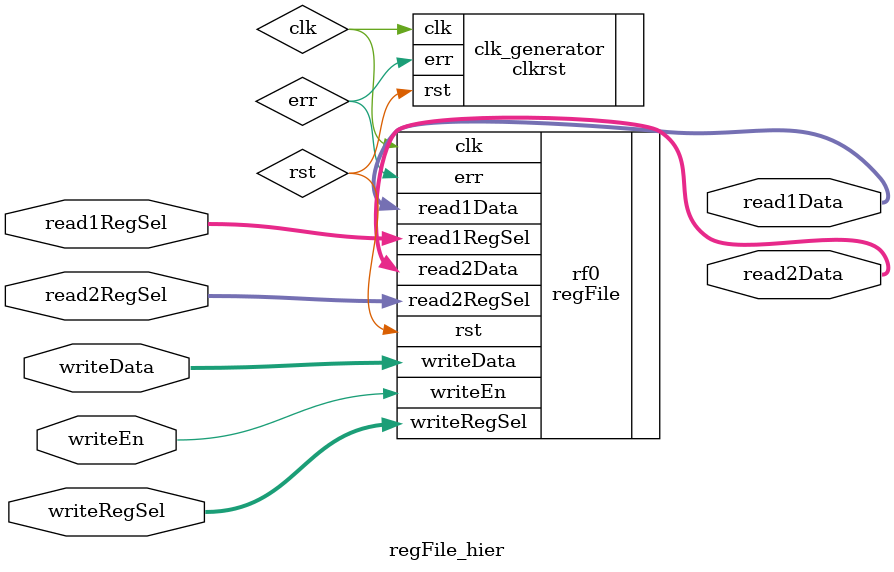
<source format=v>
/*
   CS/ECE 552, Spring '22
   Homework #3, Problem #1
  
   Wrapper module around 8x16b register file.

   YOU SHALL NOT EDIT THIS FILE. ANY CHANGES TO THIS FILE WILL
   RESULT IN ZERO FOR THIS PROBLEM.
*/
module regFile_hier (
                     // Outputs
                     read1Data, read2Data, 
                     // Inputs
                     read1RegSel, read2RegSel, writeRegSel, writeData, writeEn
                     );

   input [2:0]  read1RegSel;
   input [2:0]  read2RegSel;
   input [2:0]  writeRegSel;
   input [15:0] writeData;
   input        writeEn;

   output [15:0] read1Data;
   output [15:0] read2Data;

   wire          clk, rst;
   wire          err;

   // Ignore err for now
   clkrst clk_generator(.clk(clk), .rst(rst), .err(err) );
   regFile rf0 (
                // Outputs
                .read1Data                    (read1Data[15:0]),
                .read2Data                    (read2Data[15:0]),
                .err                          (err),
                // Inputs
                .clk                          (clk),
                .rst                          (rst),
                .read1RegSel                  (read1RegSel[2:0]),
                .read2RegSel                  (read2RegSel[2:0]),
                .writeRegSel                  (writeRegSel[2:0]),
                .writeData                    (writeData[15:0]),
                .writeEn                      (writeEn));

endmodule

</source>
